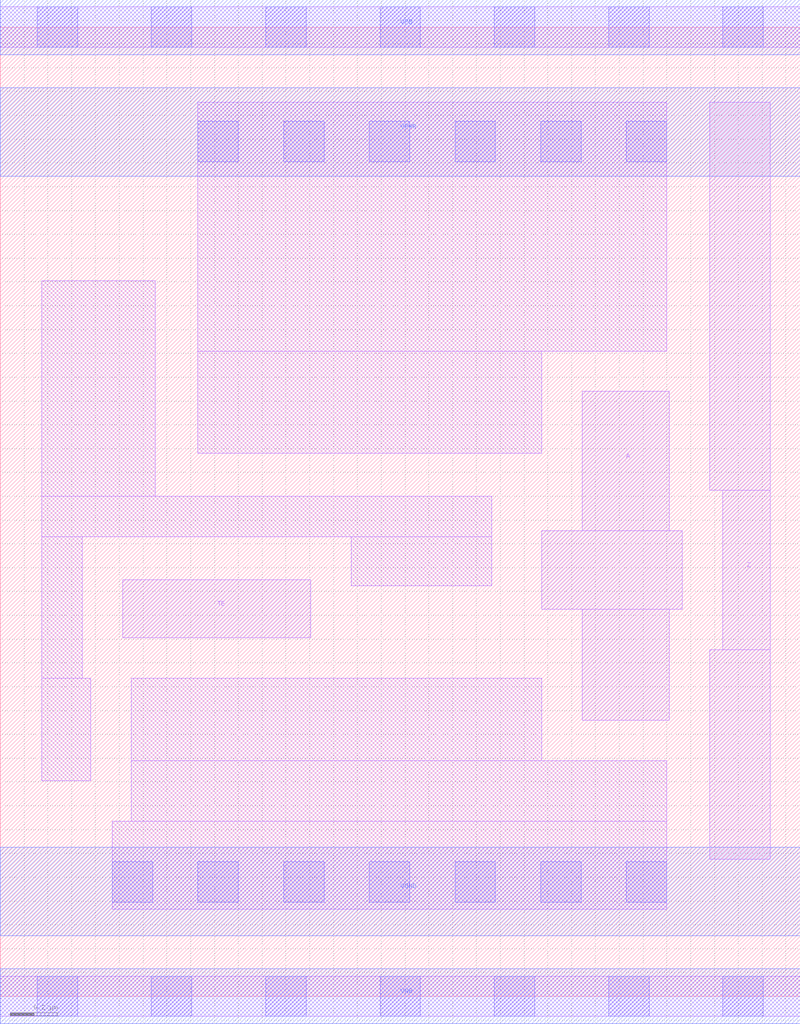
<source format=lef>
# Copyright 2020 The SkyWater PDK Authors
#
# Licensed under the Apache License, Version 2.0 (the "License");
# you may not use this file except in compliance with the License.
# You may obtain a copy of the License at
#
#     https://www.apache.org/licenses/LICENSE-2.0
#
# Unless required by applicable law or agreed to in writing, software
# distributed under the License is distributed on an "AS IS" BASIS,
# WITHOUT WARRANTIES OR CONDITIONS OF ANY KIND, either express or implied.
# See the License for the specific language governing permissions and
# limitations under the License.
#
# SPDX-License-Identifier: Apache-2.0

VERSION 5.5 ;
NAMESCASESENSITIVE ON ;
BUSBITCHARS "[]" ;
DIVIDERCHAR "/" ;
MACRO sky130_fd_sc_hvl__einvp_1
  CLASS CORE ;
  SOURCE USER ;
  ORIGIN  0.000000  0.000000 ;
  SIZE  3.360000 BY  4.070000 ;
  SYMMETRY X Y ;
  SITE unithv ;
  PIN A
    ANTENNAGATEAREA  1.125000 ;
    DIRECTION INPUT ;
    USE SIGNAL ;
    PORT
      LAYER li1 ;
        RECT 2.275000 1.625000 2.865000 1.955000 ;
        RECT 2.445000 1.160000 2.810000 1.625000 ;
        RECT 2.445000 1.955000 2.810000 2.540000 ;
    END
  END A
  PIN TE
    ANTENNAGATEAREA  0.960000 ;
    DIRECTION INPUT ;
    USE SIGNAL ;
    PORT
      LAYER li1 ;
        RECT 0.515000 1.505000 1.305000 1.750000 ;
    END
  END TE
  PIN Z
    ANTENNADIFFAREA  0.641250 ;
    DIRECTION OUTPUT ;
    USE SIGNAL ;
    PORT
      LAYER li1 ;
        RECT 2.980000 0.575000 3.235000 1.455000 ;
        RECT 2.980000 2.125000 3.235000 3.755000 ;
        RECT 3.035000 1.455000 3.235000 2.125000 ;
    END
  END Z
  PIN VGND
    DIRECTION INOUT ;
    USE GROUND ;
    PORT
      LAYER met1 ;
        RECT 0.000000 0.255000 3.360000 0.625000 ;
    END
  END VGND
  PIN VNB
    DIRECTION INOUT ;
    USE GROUND ;
    PORT
      LAYER met1 ;
        RECT 0.000000 -0.115000 3.360000 0.115000 ;
    END
  END VNB
  PIN VPB
    DIRECTION INOUT ;
    USE POWER ;
    PORT
      LAYER met1 ;
        RECT 0.000000 3.955000 3.360000 4.185000 ;
    END
  END VPB
  PIN VPWR
    DIRECTION INOUT ;
    USE POWER ;
    PORT
      LAYER met1 ;
        RECT 0.000000 3.445000 3.360000 3.815000 ;
    END
  END VPWR
  OBS
    LAYER li1 ;
      RECT 0.000000 -0.085000 3.360000 0.085000 ;
      RECT 0.000000  3.985000 3.360000 4.155000 ;
      RECT 0.175000  0.905000 0.380000 1.335000 ;
      RECT 0.175000  1.335000 0.345000 1.930000 ;
      RECT 0.175000  1.930000 2.065000 2.100000 ;
      RECT 0.175000  2.100000 0.650000 3.005000 ;
      RECT 0.470000  0.365000 2.800000 0.735000 ;
      RECT 0.550000  0.735000 2.800000 0.990000 ;
      RECT 0.550000  0.990000 2.275000 1.335000 ;
      RECT 0.830000  2.280000 2.275000 2.710000 ;
      RECT 0.830000  2.710000 2.800000 3.755000 ;
      RECT 1.475000  1.725000 2.065000 1.930000 ;
    LAYER mcon ;
      RECT 0.155000 -0.085000 0.325000 0.085000 ;
      RECT 0.155000 -0.085000 0.325000 0.085000 ;
      RECT 0.155000  3.985000 0.325000 4.155000 ;
      RECT 0.155000  3.985000 0.325000 4.155000 ;
      RECT 0.470000  0.395000 0.640000 0.565000 ;
      RECT 0.635000 -0.085000 0.805000 0.085000 ;
      RECT 0.635000 -0.085000 0.805000 0.085000 ;
      RECT 0.635000  3.985000 0.805000 4.155000 ;
      RECT 0.635000  3.985000 0.805000 4.155000 ;
      RECT 0.830000  0.395000 1.000000 0.565000 ;
      RECT 0.830000  3.505000 1.000000 3.675000 ;
      RECT 1.115000 -0.085000 1.285000 0.085000 ;
      RECT 1.115000 -0.085000 1.285000 0.085000 ;
      RECT 1.115000  3.985000 1.285000 4.155000 ;
      RECT 1.115000  3.985000 1.285000 4.155000 ;
      RECT 1.190000  0.395000 1.360000 0.565000 ;
      RECT 1.190000  3.505000 1.360000 3.675000 ;
      RECT 1.550000  0.395000 1.720000 0.565000 ;
      RECT 1.550000  3.505000 1.720000 3.675000 ;
      RECT 1.595000 -0.085000 1.765000 0.085000 ;
      RECT 1.595000 -0.085000 1.765000 0.085000 ;
      RECT 1.595000  3.985000 1.765000 4.155000 ;
      RECT 1.595000  3.985000 1.765000 4.155000 ;
      RECT 1.910000  0.395000 2.080000 0.565000 ;
      RECT 1.910000  3.505000 2.080000 3.675000 ;
      RECT 2.075000 -0.085000 2.245000 0.085000 ;
      RECT 2.075000 -0.085000 2.245000 0.085000 ;
      RECT 2.075000  3.985000 2.245000 4.155000 ;
      RECT 2.075000  3.985000 2.245000 4.155000 ;
      RECT 2.270000  0.395000 2.440000 0.565000 ;
      RECT 2.270000  3.505000 2.440000 3.675000 ;
      RECT 2.555000 -0.085000 2.725000 0.085000 ;
      RECT 2.555000 -0.085000 2.725000 0.085000 ;
      RECT 2.555000  3.985000 2.725000 4.155000 ;
      RECT 2.555000  3.985000 2.725000 4.155000 ;
      RECT 2.630000  0.395000 2.800000 0.565000 ;
      RECT 2.630000  3.505000 2.800000 3.675000 ;
      RECT 3.035000 -0.085000 3.205000 0.085000 ;
      RECT 3.035000 -0.085000 3.205000 0.085000 ;
      RECT 3.035000  3.985000 3.205000 4.155000 ;
      RECT 3.035000  3.985000 3.205000 4.155000 ;
  END
END sky130_fd_sc_hvl__einvp_1

</source>
